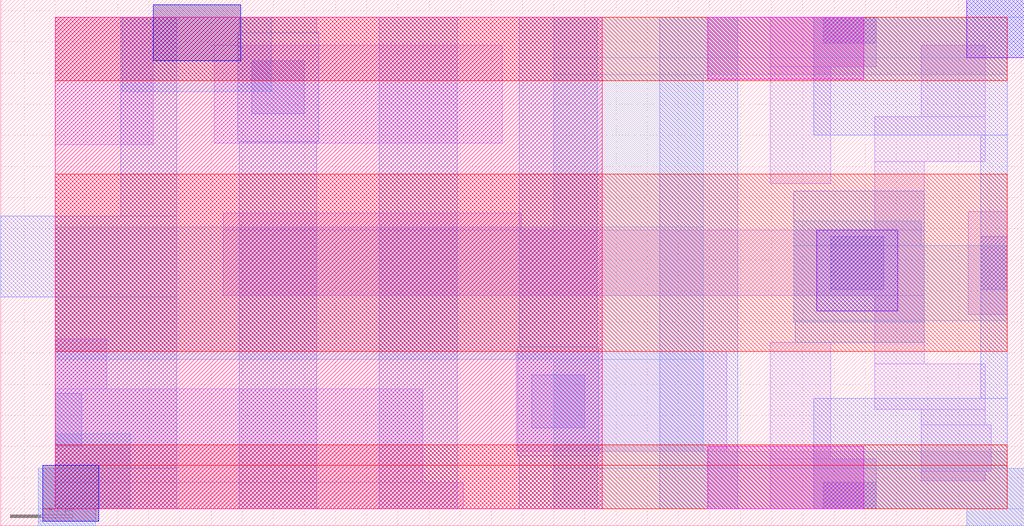
<source format=lef>
# Copyright 2020 The SkyWater PDK Authors
#
# Licensed under the Apache License, Version 2.0 (the "License");
# you may not use this file except in compliance with the License.
# You may obtain a copy of the License at
#
#     https://www.apache.org/licenses/LICENSE-2.0
#
# Unless required by applicable law or agreed to in writing, software
# distributed under the License is distributed on an "AS IS" BASIS,
# WITHOUT WARRANTIES OR CONDITIONS OF ANY KIND, either express or implied.
# See the License for the specific language governing permissions and
# limitations under the License.
#
# SPDX-License-Identifier: Apache-2.0

VERSION 5.7 ;
  NOWIREEXTENSIONATPIN ON ;
  DIVIDERCHAR "/" ;
  BUSBITCHARS "[]" ;
MACRO sky130_fd_bd_sram__sram_dp_swldrv_opt3b
  CLASS BLOCK ;
  FOREIGN sky130_fd_bd_sram__sram_dp_swldrv_opt3b ;
  ORIGIN  0.175000  0.055000 ;
  SIZE  3.285000 BY  1.690000 ;
  OBS
    LAYER li1 ;
      RECT 0.000000 0.000000 1.310000 0.085000 ;
      RECT 0.000000 0.085000 1.180000 0.385000 ;
      RECT 0.000000 0.385000 0.165000 0.545000 ;
      RECT 0.000000 1.170000 0.315000 1.580000 ;
      RECT 0.510000 1.175000 1.435000 1.490000 ;
      RECT 0.540000 0.685000 2.790000 0.895000 ;
      RECT 0.540000 0.895000 1.495000 0.950000 ;
      RECT 1.480000 0.185000 2.155000 0.505000 ;
      RECT 2.295000 0.000000 2.635000 0.160000 ;
      RECT 2.295000 0.160000 2.490000 0.535000 ;
      RECT 2.295000 1.045000 2.490000 1.420000 ;
      RECT 2.295000 1.420000 2.635000 1.580000 ;
      RECT 2.630000 0.320000 2.985000 0.465000 ;
      RECT 2.630000 0.465000 2.790000 0.685000 ;
      RECT 2.630000 0.895000 2.790000 1.115000 ;
      RECT 2.630000 1.115000 2.985000 1.260000 ;
      RECT 2.780000 0.090000 2.985000 0.120000 ;
      RECT 2.780000 0.120000 3.005000 0.270000 ;
      RECT 2.780000 0.270000 2.985000 0.320000 ;
      RECT 2.780000 1.260000 2.985000 1.490000 ;
      RECT 2.930000 0.625000 3.055000 0.955000 ;
    LAYER mcon ;
      RECT 0.000000 0.200000 0.085000 0.370000 ;
      RECT 0.630000 1.270000 0.800000 1.440000 ;
      RECT 1.530000 0.260000 1.700000 0.430000 ;
      RECT 2.465000 0.000000 2.635000 0.085000 ;
      RECT 2.465000 1.495000 2.635000 1.580000 ;
      RECT 2.490000 0.705000 2.660000 0.875000 ;
      RECT 2.970000 0.705000 3.055000 0.875000 ;
    LAYER met1 ;
      RECT -0.175000  0.680000 0.390000 0.940000 ;
      RECT -0.055000 -0.055000 0.130000 0.000000 ;
      RECT -0.055000  0.000000 0.390000 0.130000 ;
      RECT  0.000000  0.130000 0.390000 0.680000 ;
      RECT  0.210000  0.940000 0.390000 1.580000 ;
      RECT  0.585000  1.180000 0.845000 1.530000 ;
      RECT  0.590000  0.000000 0.840000 1.180000 ;
      RECT  0.590000  1.530000 0.840000 1.580000 ;
      RECT  1.040000  0.000000 1.290000 1.580000 ;
      RECT  1.485000  0.170000 1.745000 0.520000 ;
      RECT  1.490000  0.000000 1.740000 0.170000 ;
      RECT  1.490000  0.520000 1.740000 1.580000 ;
      RECT  1.940000  0.000000 2.190000 1.580000 ;
      RECT  2.370000  0.600000 2.790000 1.020000 ;
      RECT  2.375000  0.535000 2.790000 0.600000 ;
      RECT  2.435000  0.000000 3.110000 0.130000 ;
      RECT  2.435000  0.130000 3.055000 0.355000 ;
      RECT  2.435000  1.200000 3.055000 1.450000 ;
      RECT  2.435000  1.450000 3.110000 1.580000 ;
      RECT  2.925000 -0.055000 3.110000 0.000000 ;
      RECT  2.925000  1.580000 3.110000 1.635000 ;
      RECT  2.970000  0.355000 3.055000 1.200000 ;
    LAYER met2 ;
      RECT -0.055000 -0.055000 0.130000 -0.040000 ;
      RECT -0.055000 -0.040000 0.140000  0.000000 ;
      RECT -0.055000  0.000000 0.240000  0.130000 ;
      RECT -0.040000  0.130000 0.240000  0.140000 ;
      RECT  0.000000  0.140000 0.240000  0.240000 ;
      RECT  0.000000  0.480000 2.080000  0.905000 ;
      RECT  0.215000  1.340000 0.695000  1.580000 ;
      RECT  0.315000  1.580000 0.595000  1.620000 ;
      RECT  1.600000  0.000000 3.110000  0.130000 ;
      RECT  1.600000  0.130000 3.055000  0.185000 ;
      RECT  1.600000  0.185000 2.080000  0.480000 ;
      RECT  1.600000  0.905000 2.080000  1.395000 ;
      RECT  1.600000  1.395000 3.055000  1.450000 ;
      RECT  1.600000  1.450000 3.110000  1.580000 ;
      RECT  2.370000  0.605000 3.055000  0.845000 ;
      RECT  2.370000  0.845000 2.780000  0.925000 ;
      RECT  2.925000 -0.055000 3.110000  0.000000 ;
      RECT  2.925000  1.580000 3.110000  1.635000 ;
    LAYER met3 ;
      RECT -0.040000 -0.040000 0.140000 0.000000 ;
      RECT -0.040000  0.000000 3.055000 0.140000 ;
      RECT  0.000000  0.140000 3.055000 0.205000 ;
      RECT  0.000000  0.505000 3.055000 1.075000 ;
      RECT  0.000000  1.375000 3.055000 1.580000 ;
      RECT  0.315000  1.580000 0.595000 1.620000 ;
    LAYER nwell ;
      RECT 0.000000 0.000000 1.755000 1.580000 ;
    LAYER pwell ;
      RECT 2.095000 0.000000 2.595000 0.200000 ;
      RECT 2.095000 1.380000 2.595000 1.580000 ;
    LAYER via ;
      RECT 2.445000 0.635000 2.705000 0.895000 ;
      RECT 2.925000 1.450000 3.110000 1.635000 ;
    LAYER via2 ;
      RECT -0.040000 -0.040000 0.140000 0.140000 ;
      RECT  0.315000  1.440000 0.595000 1.620000 ;
  END
END sky130_fd_bd_sram__sram_dp_swldrv_opt3b
END LIBRARY

</source>
